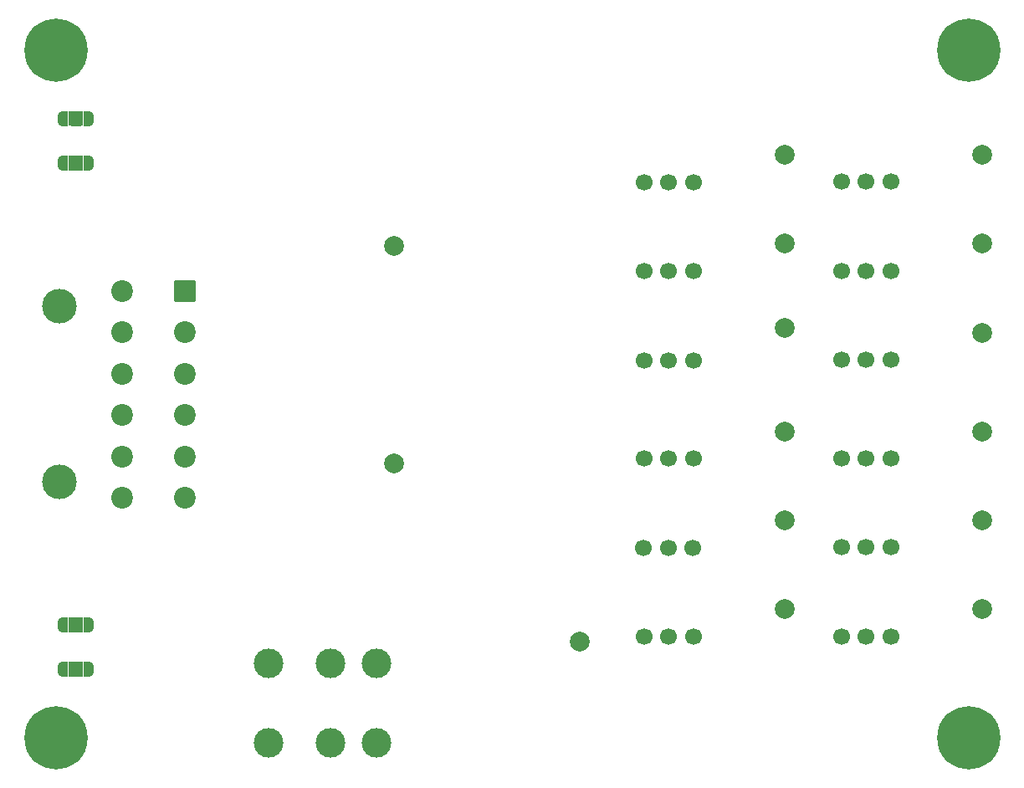
<source format=gbr>
%TF.GenerationSoftware,KiCad,Pcbnew,9.0.3*%
%TF.CreationDate,2026-01-17T00:56:28+07:00*%
%TF.ProjectId,BSPD v4 Rev 5,42535044-2076-4342-9052-657620352e6b,rev?*%
%TF.SameCoordinates,Original*%
%TF.FileFunction,Soldermask,Bot*%
%TF.FilePolarity,Negative*%
%FSLAX46Y46*%
G04 Gerber Fmt 4.6, Leading zero omitted, Abs format (unit mm)*
G04 Created by KiCad (PCBNEW 9.0.3) date 2026-01-17 00:56:28*
%MOMM*%
%LPD*%
G01*
G04 APERTURE LIST*
G04 Aperture macros list*
%AMRoundRect*
0 Rectangle with rounded corners*
0 $1 Rounding radius*
0 $2 $3 $4 $5 $6 $7 $8 $9 X,Y pos of 4 corners*
0 Add a 4 corners polygon primitive as box body*
4,1,4,$2,$3,$4,$5,$6,$7,$8,$9,$2,$3,0*
0 Add four circle primitives for the rounded corners*
1,1,$1+$1,$2,$3*
1,1,$1+$1,$4,$5*
1,1,$1+$1,$6,$7*
1,1,$1+$1,$8,$9*
0 Add four rect primitives between the rounded corners*
20,1,$1+$1,$2,$3,$4,$5,0*
20,1,$1+$1,$4,$5,$6,$7,0*
20,1,$1+$1,$6,$7,$8,$9,0*
20,1,$1+$1,$8,$9,$2,$3,0*%
%AMFreePoly0*
4,1,23,0.550000,-0.750000,0.000000,-0.750000,0.000000,-0.745722,-0.065263,-0.745722,-0.191342,-0.711940,-0.304381,-0.646677,-0.396677,-0.554381,-0.461940,-0.441342,-0.495722,-0.315263,-0.495722,-0.250000,-0.500000,-0.250000,-0.500000,0.250000,-0.495722,0.250000,-0.495722,0.315263,-0.461940,0.441342,-0.396677,0.554381,-0.304381,0.646677,-0.191342,0.711940,-0.065263,0.745722,0.000000,0.745722,
0.000000,0.750000,0.550000,0.750000,0.550000,-0.750000,0.550000,-0.750000,$1*%
%AMFreePoly1*
4,1,23,0.000000,0.745722,0.065263,0.745722,0.191342,0.711940,0.304381,0.646677,0.396677,0.554381,0.461940,0.441342,0.495722,0.315263,0.495722,0.250000,0.500000,0.250000,0.500000,-0.250000,0.495722,-0.250000,0.495722,-0.315263,0.461940,-0.441342,0.396677,-0.554381,0.304381,-0.646677,0.191342,-0.711940,0.065263,-0.745722,0.000000,-0.745722,0.000000,-0.750000,-0.550000,-0.750000,
-0.550000,0.750000,0.000000,0.750000,0.000000,0.745722,0.000000,0.745722,$1*%
G04 Aperture macros list end*
%ADD10C,0.800000*%
%ADD11C,6.400000*%
%ADD12C,1.700000*%
%ADD13C,3.500000*%
%ADD14RoundRect,0.150000X0.960000X-0.950000X0.960000X0.950000X-0.960000X0.950000X-0.960000X-0.950000X0*%
%ADD15C,2.200000*%
%ADD16C,3.000000*%
%ADD17FreePoly0,180.000000*%
%ADD18R,1.000000X1.500000*%
%ADD19FreePoly1,180.000000*%
%ADD20C,2.000000*%
G04 APERTURE END LIST*
%TO.C,JP2*%
G36*
X147750000Y-82075000D02*
G01*
X146250000Y-82075000D01*
X146250000Y-83575000D01*
X147750000Y-83575000D01*
X147750000Y-82075000D01*
G37*
%TO.C,JP3*%
G36*
X147750000Y-128825000D02*
G01*
X146250000Y-128825000D01*
X146250000Y-130325000D01*
X147750000Y-130325000D01*
X147750000Y-128825000D01*
G37*
%TO.C,JP4*%
G36*
X147750000Y-133325000D02*
G01*
X146250000Y-133325000D01*
X146250000Y-134825000D01*
X147750000Y-134825000D01*
X147750000Y-133325000D01*
G37*
%TO.C,JP1*%
G36*
X147750000Y-77575000D02*
G01*
X146250000Y-77575000D01*
X146250000Y-79075000D01*
X147750000Y-79075000D01*
X147750000Y-77575000D01*
G37*
%TD*%
D10*
%TO.C,H4*%
X234950000Y-141000000D03*
X235652944Y-139302944D03*
X235652944Y-142697056D03*
X237350000Y-138600000D03*
D11*
X237350000Y-141000000D03*
D10*
X237350000Y-143400000D03*
X239047056Y-139302944D03*
X239047056Y-142697056D03*
X239750000Y-141000000D03*
%TD*%
D12*
%TO.C,RV2*%
X204500000Y-93805000D03*
X207000000Y-93805000D03*
X209500000Y-93805000D03*
%TD*%
D13*
%TO.C,J1*%
X145300000Y-115140000D03*
X145300000Y-97360000D03*
D14*
X158000000Y-95770000D03*
D15*
X158000000Y-99960000D03*
X158000000Y-104150000D03*
X158000000Y-108350000D03*
X158000000Y-112540000D03*
X158000000Y-116730000D03*
X151650000Y-116730000D03*
X151650000Y-112540000D03*
X151650000Y-108350000D03*
X151650000Y-104150000D03*
X151650000Y-99960000D03*
X151650000Y-95770000D03*
%TD*%
D16*
%TO.C,U23*%
X166500000Y-133500000D03*
X166500000Y-141500000D03*
X172800000Y-141500000D03*
X177450000Y-141500000D03*
X177450000Y-133500000D03*
X172800000Y-133500000D03*
%TD*%
D12*
%TO.C,RV3*%
X204500000Y-102800000D03*
X207000000Y-102800000D03*
X209500000Y-102800000D03*
%TD*%
%TO.C,RV7*%
X224500000Y-84750000D03*
X227000000Y-84750000D03*
X229500000Y-84750000D03*
%TD*%
D10*
%TO.C,H2*%
X234950000Y-71400000D03*
X235652944Y-69702944D03*
X235652944Y-73097056D03*
X237350000Y-69000000D03*
D11*
X237350000Y-71400000D03*
D10*
X237350000Y-73800000D03*
X239047056Y-69702944D03*
X239047056Y-73097056D03*
X239750000Y-71400000D03*
%TD*%
%TO.C,H3*%
X142600000Y-141000000D03*
X143302944Y-139302944D03*
X143302944Y-142697056D03*
X145000000Y-138600000D03*
D11*
X145000000Y-141000000D03*
D10*
X145000000Y-143400000D03*
X146697056Y-139302944D03*
X146697056Y-142697056D03*
X147400000Y-141000000D03*
%TD*%
D12*
%TO.C,RV4*%
X204500000Y-112780000D03*
X207000000Y-112780000D03*
X209500000Y-112780000D03*
%TD*%
%TO.C,RV12*%
X224500000Y-130800000D03*
X227000000Y-130800000D03*
X229500000Y-130800000D03*
%TD*%
%TO.C,RV11*%
X224500000Y-121750000D03*
X227000000Y-121750000D03*
X229500000Y-121750000D03*
%TD*%
D10*
%TO.C,H1*%
X142600000Y-71400000D03*
X143302944Y-69702944D03*
X143302944Y-73097056D03*
X145000000Y-69000000D03*
D11*
X145000000Y-71400000D03*
D10*
X145000000Y-73800000D03*
X146697056Y-69702944D03*
X146697056Y-73097056D03*
X147400000Y-71400000D03*
%TD*%
D12*
%TO.C,RV8*%
X224500000Y-93750000D03*
X227000000Y-93750000D03*
X229500000Y-93750000D03*
%TD*%
%TO.C,RV6*%
X204500000Y-130810000D03*
X207000000Y-130810000D03*
X209500000Y-130810000D03*
%TD*%
%TO.C,RV10*%
X224500000Y-112765000D03*
X227000000Y-112765000D03*
X229500000Y-112765000D03*
%TD*%
%TO.C,RV1*%
X204500000Y-84800000D03*
X207000000Y-84800000D03*
X209500000Y-84800000D03*
%TD*%
%TO.C,RV5*%
X204475000Y-121770000D03*
X206975000Y-121770000D03*
X209475000Y-121770000D03*
%TD*%
%TO.C,RV9*%
X224500000Y-102740000D03*
X227000000Y-102740000D03*
X229500000Y-102740000D03*
%TD*%
D17*
%TO.C,JP2*%
X148300000Y-82825000D03*
D18*
X147000000Y-82825000D03*
D19*
X145700000Y-82825000D03*
%TD*%
D20*
%TO.C,TP32*%
X179250000Y-113250000D03*
%TD*%
%TO.C,TP20*%
X218750000Y-110000000D03*
%TD*%
%TO.C,TP25*%
X238750000Y-100000000D03*
%TD*%
%TO.C,TP26*%
X238750000Y-110000000D03*
%TD*%
%TO.C,TP27*%
X238750000Y-119000000D03*
%TD*%
%TO.C,TP28*%
X238750000Y-128000000D03*
%TD*%
D17*
%TO.C,JP3*%
X148300000Y-129575000D03*
D18*
X147000000Y-129575000D03*
D19*
X145700000Y-129575000D03*
%TD*%
D20*
%TO.C,TP18*%
X218750000Y-91000000D03*
%TD*%
D17*
%TO.C,JP4*%
X148300000Y-134075000D03*
D18*
X147000000Y-134075000D03*
D19*
X145700000Y-134075000D03*
%TD*%
D20*
%TO.C,TP22*%
X218750000Y-128000000D03*
%TD*%
%TO.C,TP21*%
X218750000Y-119000000D03*
%TD*%
%TO.C,TP31*%
X179250000Y-91250000D03*
%TD*%
%TO.C,TP23*%
X238750000Y-82000000D03*
%TD*%
%TO.C,TP34*%
X198000000Y-131250000D03*
%TD*%
%TO.C,TP19*%
X218750000Y-99500000D03*
%TD*%
D17*
%TO.C,JP1*%
X148300000Y-78325000D03*
D18*
X147000000Y-78325000D03*
D19*
X145700000Y-78325000D03*
%TD*%
D20*
%TO.C,TP24*%
X238750000Y-91000000D03*
%TD*%
%TO.C,TP17*%
X218750000Y-82000000D03*
%TD*%
M02*

</source>
